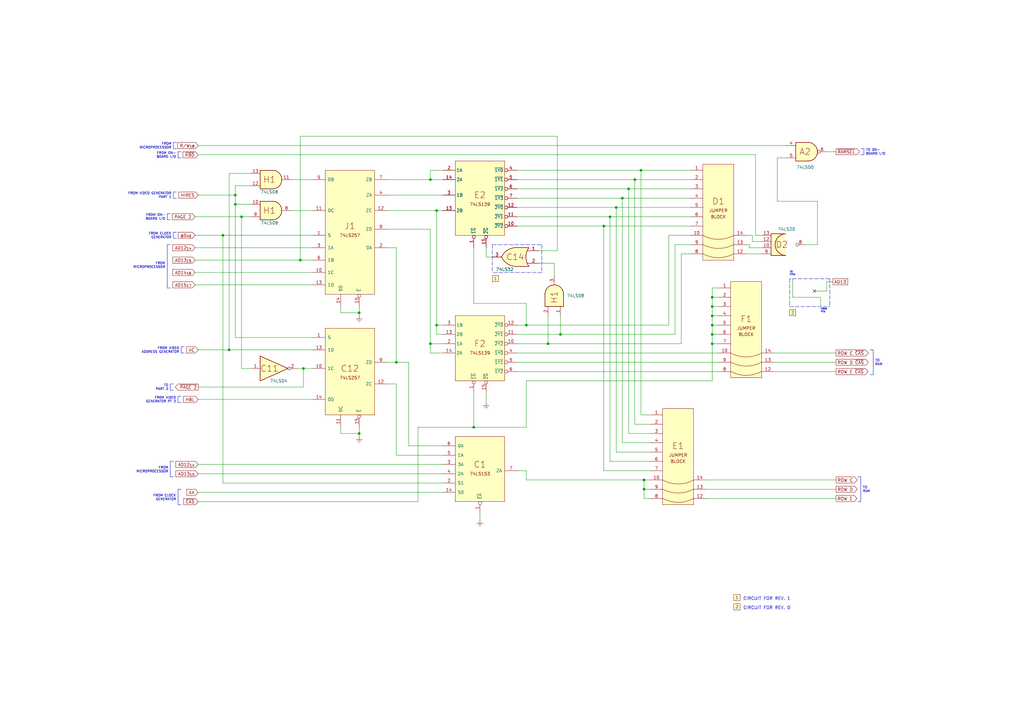
<source format=kicad_sch>
(kicad_sch (version 20211123) (generator eeschema)
  (paper "A3")
  (title_block (title "Apple II - Memory Address Part 1") (date "2022-07-11") (rev "0,1") (company "Apple Computers, Inc.") (comment 1 "Original schematic by Apple Computers") (comment 2 "https://github.com/omega9380/Retro-Schematics") (comment 3 "Replication by Omega9380 - July 2022") (comment 4 "Source: The Apple II Circuit Description by W. Gayler"))
  (lib_symbols
    (symbol "Apple II:A2_74LS00" (pin_names (offset 1.016))
      (property "Value" "A2_74LS00" (at 0 -6.35 0))
      (symbol "A2_74LS00_0_0"
        (text "A2" (at 0 0 0) (effects (font (size 2.54 2.54))))
      )
      (symbol "A2_74LS00_1_1"
        (pin input line (at -7.62 2.54 0) (length 3.81) (name "~") (number "1"))
        (pin input line (at -7.62 -2.54 0) (length 3.81) (name "~") (number "2"))
        (pin output inverted (at 8.89 0 180) (length 3.81) (name "~") (number "3"))
      )
      (symbol "A2_74LS00_1_2"
        (pin input inverted (at -7.62 2.54 0) (length 4.318) (name "~") (number "1"))
        (pin input inverted (at -7.62 -2.54 0) (length 4.318) (name "~") (number "2"))
        (pin output line (at 7.62 0 180) (length 3.81) (name "~") (number "3"))
      )
      (symbol "A2_74LS00_2_1"
        (pin input line (at -7.62 2.54 0) (length 3.81) (name "~") (number "4"))
        (pin input line (at -7.62 -2.54 0) (length 3.81) (name "~") (number "5"))
        (pin output inverted (at 8.89 0 180) (length 3.81) (name "~") (number "6"))
      )
      (symbol "A2_74LS00_2_2"
        (pin input inverted (at -7.62 2.54 0) (length 4.318) (name "~") (number "4"))
        (pin input inverted (at -7.62 -2.54 0) (length 4.318) (name "~") (number "5"))
        (pin output line (at 7.62 0 180) (length 3.81) (name "~") (number "6"))
      )
      (symbol "A2_74LS00_3_1"
        (pin input line (at -7.62 -2.54 0) (length 3.81) (name "~") (number "10"))
        (pin output inverted (at 8.89 0 180) (length 3.81) (name "~") (number "8"))
        (pin input line (at -7.62 2.54 0) (length 3.81) (name "~") (number "9"))
      )
      (symbol "A2_74LS00_3_2"
        (pin input inverted (at -7.62 -2.54 0) (length 4.318) (name "~") (number "10"))
        (pin output line (at 7.62 0 180) (length 3.81) (name "~") (number "8"))
        (pin input inverted (at -7.62 2.54 0) (length 4.318) (name "~") (number "9"))
      )
      (symbol "A2_74LS00_4_1"
        (pin output inverted (at 8.89 0 180) (length 3.81) (name "~") (number "11"))
        (pin input line (at -7.62 2.54 0) (length 3.81) (name "~") (number "12"))
        (pin input line (at -7.62 -2.54 0) (length 3.81) (name "~") (number "13"))
      )
      (symbol "A2_74LS00_4_2"
        (pin output line (at 7.62 0 180) (length 3.81) (name "~") (number "11"))
        (pin input inverted (at -7.62 2.54 0) (length 4.318) (name "~") (number "12"))
        (pin input inverted (at -7.62 -2.54 0) (length 4.318) (name "~") (number "13"))
      )
    )
    (symbol "Apple II:C11_74LS04"
      (property "Value" "C11_74LS04" (at 7.62 -3.81 0))
      (symbol "C11_74LS04_0_0"
        (text "C11" (at 0 0 0) (effects (font (size 2.54 2.54))))
      )
      (symbol "C11_74LS04_1_0"
        (pin input line (at -7.62 0 0) (length 3.81) (name "~") (number "1"))
        (pin output inverted (at 11.43 0 180) (length 3.81) (name "~") (number "2"))
      )
      (symbol "C11_74LS04_2_0"
        (pin input line (at -7.62 0 0) (length 3.81) (name "~") (number "3"))
        (pin output inverted (at 11.43 0 180) (length 3.81) (name "~") (number "4"))
      )
      (symbol "C11_74LS04_3_0"
        (pin input line (at -7.62 0 0) (length 3.81) (name "~") (number "5"))
        (pin output inverted (at 11.43 0 180) (length 3.81) (name "~") (number "6"))
      )
      (symbol "C11_74LS04_4_0"
        (pin output inverted (at 11.43 0 180) (length 3.81) (name "~") (number "8"))
        (pin input line (at -7.62 0 0) (length 3.81) (name "~") (number "9"))
      )
      (symbol "C11_74LS04_5_0"
        (pin output inverted (at 11.43 0 180) (length 3.81) (name "~") (number "10"))
        (pin input line (at -7.62 0 0) (length 3.81) (name "~") (number "11"))
      )
      (symbol "C11_74LS04_6_0"
        (pin output inverted (at 11.43 0 180) (length 3.81) (name "~") (number "12"))
        (pin input line (at -7.62 0 0) (length 3.81) (name "~") (number "13"))
      )
    )
    (symbol "Apple II:C12_74LS257" (pin_names (offset 1.016))
      (symbol "C12_74LS257_1_0"
        (pin input line (at -5.08 -3.81 0) (length 5.08) (name "S") (number "1"))
        (pin input line (at -5.08 -16.51 0) (length 5.08) (name "1C") (number "10"))
        (pin input line (at 6.35 -40.64 90) (length 5.08) (name "0C") (number "11"))
        (pin tri_state line (at 25.4 -22.86 180) (length 5.08) (name "ZC") (number "12"))
        (pin input line (at -5.08 -8.89 0) (length 5.08) (name "1D") (number "13"))
        (pin input line (at -5.08 -29.21 0) (length 5.08) (name "0D") (number "14"))
        (pin input inverted (at 13.97 -40.64 90) (length 5.08) (name "~{E}") (number "15"))
        (pin tri_state line (at 25.4 -13.97 180) (length 5.08) (name "ZD") (number "9"))
      )
      (symbol "C12_74LS257_1_1"
        (text "74LS257" (at 10.16 -20.32 0) (effects (font (size 1.27 1.27))))
        (text "C12" (at 10.16 -16.51 0) (effects (font (size 2.54 2.54))))
      )
      (symbol "C12_74LS257_2_0"
        (pin input line (at -5.08 -3.81 0) (length 5.08) (name "S") (number "1"))
        (pin input inverted (at 10.16 -27.94 90) (length 5.08) (name "~{E}") (number "15"))
        (pin input line (at -5.08 -19.05 0) (length 5.08) (name "0A") (number "2"))
        (pin input line (at -5.08 -7.62 0) (length 5.08) (name "1A") (number "3"))
        (pin tri_state line (at 25.4 -11.43 180) (length 5.08) (name "ZA") (number "4"))
        (pin input line (at -5.08 -15.24 0) (length 5.08) (name "0B") (number "5"))
        (pin input line (at -5.08 -11.43 0) (length 5.08) (name "1B") (number "6"))
        (pin tri_state line (at 25.4 -19.05 180) (length 5.08) (name "ZB") (number "7"))
      )
      (symbol "C12_74LS257_2_1"
        (text "74LS257" (at 10.16 -13.97 0) (effects (font (size 1.27 1.27))))
        (text "C12" (at 10.16 -10.16 0) (effects (font (size 2.54 2.54))))
      )
    )
    (symbol "Apple II:C14_74LS32" (pin_names (offset 1.016))
      (property "Value" "C14_74LS32" (at 0 -6.35 0))
      (symbol "C14_74LS32_0_0"
        (text "C14" (at 0.762 0 0) (effects (font (size 2.54 2.54))))
      )
      (symbol "C14_74LS32_1_1"
        (pin input line (at -8.89 2.54 0) (length 4.318) (name "~") (number "1"))
        (pin input line (at -8.89 -2.54 0) (length 4.318) (name "~") (number "2"))
        (pin output line (at 10.16 0 180) (length 3.81) (name "~") (number "3"))
      )
      (symbol "C14_74LS32_1_2"
        (pin input inverted (at -7.62 2.54 0) (length 3.81) (name "~") (number "1"))
        (pin input inverted (at -7.62 -2.54 0) (length 3.81) (name "~") (number "2"))
        (pin output inverted (at 7.62 0 180) (length 3.81) (name "~") (number "3"))
      )
      (symbol "C14_74LS32_2_1"
        (pin input line (at -8.89 2.54 0) (length 4.318) (name "~") (number "4"))
        (pin input line (at -8.89 -2.54 0) (length 4.318) (name "~") (number "5"))
        (pin output line (at 10.16 0 180) (length 3.81) (name "~") (number "6"))
      )
      (symbol "C14_74LS32_2_2"
        (pin input inverted (at -7.62 2.54 0) (length 3.81) (name "~") (number "4"))
        (pin input inverted (at -7.62 -2.54 0) (length 3.81) (name "~") (number "5"))
        (pin output inverted (at 7.62 0 180) (length 3.81) (name "~") (number "6"))
      )
      (symbol "C14_74LS32_3_1"
        (pin input line (at -8.89 -2.54 0) (length 4.318) (name "~") (number "10"))
        (pin output line (at 10.16 0 180) (length 3.81) (name "~") (number "8"))
        (pin input line (at -8.89 2.54 0) (length 4.318) (name "~") (number "9"))
      )
      (symbol "C14_74LS32_3_2"
        (pin input inverted (at -7.62 -2.54 0) (length 3.81) (name "~") (number "10"))
        (pin output inverted (at 7.62 0 180) (length 3.81) (name "~") (number "8"))
        (pin input inverted (at -7.62 2.54 0) (length 3.81) (name "~") (number "9"))
      )
      (symbol "C14_74LS32_4_1"
        (pin output line (at 10.16 0 180) (length 3.81) (name "~") (number "11"))
        (pin input line (at -8.89 2.54 0) (length 4.318) (name "~") (number "12"))
        (pin input line (at -8.89 -2.54 0) (length 4.318) (name "~") (number "13"))
      )
      (symbol "C14_74LS32_4_2"
        (pin output inverted (at 7.62 0 180) (length 3.81) (name "~") (number "11"))
        (pin input inverted (at -7.62 2.54 0) (length 3.81) (name "~") (number "12"))
        (pin input inverted (at -7.62 -2.54 0) (length 3.81) (name "~") (number "13"))
      )
    )
    (symbol "Apple II:C1_74LS153" (pin_names (offset 1.016))
      (symbol "C1_74LS153_1_0"
        (pin input line (at 25.4 -11.43 180) (length 5.08) (name "0B") (number "10"))
        (pin input line (at -5.08 -8.89 0) (length 5.08) (name "1B") (number "11"))
        (pin input line (at 25.4 -19.05 180) (length 5.08) (name "2B") (number "12"))
        (pin input line (at -5.08 -13.97 0) (length 5.08) (name "3B") (number "13"))
        (pin input line (at -5.08 -19.05 0) (length 5.08) (name "S0") (number "14"))
        (pin input inverted (at 10.16 -27.94 90) (length 5.08) (name "~{EB}") (number "15"))
        (pin input line (at -5.08 -3.81 0) (length 5.08) (name "S1") (number "2"))
        (pin output line (at 25.4 -3.81 180) (length 5.08) (name "ZB") (number "9"))
      )
      (symbol "C1_74LS153_1_1"
        (text "74LS153" (at 10.16 -13.97 0) (effects (font (size 1.27 1.27))))
        (text "C1" (at 10.16 -10.16 0) (effects (font (size 2.54 2.54))))
      )
      (symbol "C1_74LS153_2_0"
        (pin input inverted (at 10.16 -31.75 90) (length 5.08) (name "~{EA}") (number "1"))
        (pin input line (at -5.08 -22.86 0) (length 5.08) (name "S0") (number "14"))
        (pin input line (at -5.08 -19.05 0) (length 5.08) (name "S1") (number "2"))
        (pin input line (at -5.08 -11.43 0) (length 5.08) (name "3A") (number "3"))
        (pin input line (at -5.08 -15.24 0) (length 5.08) (name "2A") (number "4"))
        (pin input line (at -5.08 -7.62 0) (length 5.08) (name "1A") (number "5"))
        (pin input line (at -5.08 -3.81 0) (length 5.08) (name "0A") (number "6"))
        (pin output line (at 25.4 -13.97 180) (length 5.08) (name "ZA") (number "7"))
      )
      (symbol "C1_74LS153_2_1"
        (text "74LS153" (at 10.16 -15.24 0) (effects (font (size 1.27 1.27))))
        (text "C1" (at 10.16 -11.43 0) (effects (font (size 2.54 2.54))))
      )
      (symbol "C1_74LS153_3_0"
        (pin input inverted (at 10.16 -34.29 90) (length 5.08) (name "~{EA}") (number "1"))
        (pin input line (at -5.08 -25.4 0) (length 5.08) (name "S0") (number "14"))
        (pin input line (at -5.08 -21.59 0) (length 5.08) (name "S1") (number "2"))
        (pin input line (at -5.08 -13.97 0) (length 5.08) (name "3A") (number "3"))
        (pin input line (at -5.08 -17.78 0) (length 5.08) (name "2A") (number "4"))
        (pin input line (at -5.08 -7.62 0) (length 5.08) (name "1A") (number "5"))
        (pin input line (at -5.08 -3.81 0) (length 5.08) (name "0A") (number "6"))
        (pin output line (at 25.4 -13.97 180) (length 5.08) (name "ZA") (number "7"))
      )
      (symbol "C1_74LS153_3_1"
        (text "74LS153" (at 10.16 -15.24 0) (effects (font (size 1.27 1.27))))
        (text "C1" (at 10.16 -11.43 0) (effects (font (size 2.54 2.54))))
      )
    )
    (symbol "Apple II:D1_JUMPER_BLOCK"
      (symbol "D1_JUMPER_BLOCK_0_0"
        (text "BLOCK" (at 6.35 -21.59 0) (effects (font (size 1.27 1.27))))
        (text "D1" (at 6.35 -15.24 0) (effects (font (size 2.54 2.54))))
        (text "JUMPER" (at 6.35 -19.05 0) (effects (font (size 1.27 1.27))))
      )
      (symbol "D1_JUMPER_BLOCK_1_0"
        (pin passive line (at -5.08 -2.54 0) (length 5.08) (name "~") (number "1"))
        (pin passive line (at -5.08 -29.21 0) (length 5.08) (name "~") (number "10"))
        (pin no_connect non_logic (at 17.78 -25.4 180) (length 5.08) hide (name "~") (number "11"))
        (pin passive line (at 17.78 -36.83 180) (length 5.08) (name "~") (number "12"))
        (pin passive line (at 17.78 -33.02 180) (length 5.08) (name "~") (number "13"))
        (pin passive line (at 17.78 -29.21 180) (length 5.08) (name "~") (number "14"))
        (pin passive line (at -5.08 -6.35 0) (length 5.08) (name "~") (number "2"))
        (pin passive line (at -5.08 -10.16 0) (length 5.08) (name "~") (number "3"))
        (pin passive line (at -5.08 -13.97 0) (length 5.08) (name "~") (number "4"))
        (pin passive line (at -5.08 -17.78 0) (length 5.08) (name "~") (number "5"))
        (pin passive line (at -5.08 -21.59 0) (length 5.08) (name "~") (number "6"))
        (pin passive line (at -5.08 -25.4 0) (length 5.08) (name "~") (number "7"))
        (pin passive line (at -5.08 -36.83 0) (length 5.08) (name "~") (number "8"))
        (pin passive line (at -5.08 -33.02 0) (length 5.08) (name "~") (number "9"))
      )
    )
    (symbol "Apple II:D2_74LS20" (pin_names (offset 1.016))
      (property "Value" "D2_74LS20" (at 0 -6.35 0))
      (symbol "D2_74LS20_0_0"
        (text "D2" (at 0.635 0 0) (effects (font (size 2.54 2.54))))
      )
      (symbol "D2_74LS20_1_1"
        (pin input line (at -7.62 -3.81 0) (length 3.81) (name "~") (number "1"))
        (pin input line (at -7.62 -1.27 0) (length 3.81) (name "~") (number "2"))
        (pin input line (at -7.62 1.27 0) (length 3.81) (name "~") (number "4"))
        (pin input line (at -7.62 3.81 0) (length 3.81) (name "~") (number "5"))
        (pin output inverted (at 10.16 0 180) (length 3.81) (name "~") (number "6"))
      )
      (symbol "D2_74LS20_1_2"
        (pin input inverted (at -7.62 3.81 0) (length 3.81) (name "~") (number "1"))
        (pin input inverted (at -7.62 1.27 0) (length 4.826) (name "~") (number "2"))
        (pin input inverted (at -7.62 -1.27 0) (length 4.826) (name "~") (number "4"))
        (pin input inverted (at -7.62 -3.81 0) (length 3.81) (name "~") (number "5"))
        (pin output line (at 7.62 0 180) (length 3.81) (name "~") (number "6"))
      )
      (symbol "D2_74LS20_2_1"
        (pin input line (at -7.62 -1.27 0) (length 3.81) (name "~") (number "10"))
        (pin input line (at -7.62 1.27 0) (length 3.81) (name "~") (number "12"))
        (pin input line (at -7.62 3.81 0) (length 3.81) (name "~") (number "13"))
        (pin output inverted (at 10.16 0 180) (length 3.81) (name "~") (number "8"))
        (pin input line (at -7.62 -3.81 0) (length 3.81) (name "~") (number "9"))
      )
      (symbol "D2_74LS20_2_2"
        (pin input inverted (at -7.62 1.27 0) (length 4.826) (name "~") (number "10"))
        (pin input inverted (at -7.62 -1.27 0) (length 4.826) (name "~") (number "12"))
        (pin input inverted (at -7.62 -3.81 0) (length 3.81) (name "~") (number "13"))
        (pin output line (at 7.62 0 180) (length 3.81) (name "~") (number "8"))
        (pin input inverted (at -7.62 3.81 0) (length 3.81) (name "~") (number "9"))
      )
    )
    (symbol "Apple II:E1_JUMPER_BLOCK"
      (symbol "E1_JUMPER_BLOCK_0_0"
        (text "BLOCK" (at 6.35 -21.59 0) (effects (font (size 1.27 1.27))))
        (text "E1" (at 6.35 -15.24 0) (effects (font (size 2.54 2.54))))
        (text "JUMPER" (at 6.35 -19.05 0) (effects (font (size 1.27 1.27))))
      )
      (symbol "E1_JUMPER_BLOCK_1_0"
        (pin passive line (at -5.08 -2.54 0) (length 5.08) (name "~") (number "1"))
        (pin passive line (at -5.08 -29.21 0) (length 5.08) (name "~") (number "10"))
        (pin no_connect non_logic (at 17.78 -25.4 180) (length 5.08) hide (name "~") (number "11"))
        (pin passive line (at 17.78 -36.83 180) (length 5.08) (name "~") (number "12"))
        (pin passive line (at 17.78 -33.02 180) (length 5.08) (name "~") (number "13"))
        (pin passive line (at 17.78 -29.21 180) (length 5.08) (name "~") (number "14"))
        (pin passive line (at -5.08 -6.35 0) (length 5.08) (name "~") (number "2"))
        (pin passive line (at -5.08 -10.16 0) (length 5.08) (name "~") (number "3"))
        (pin passive line (at -5.08 -13.97 0) (length 5.08) (name "~") (number "4"))
        (pin passive line (at -5.08 -17.78 0) (length 5.08) (name "~") (number "5"))
        (pin passive line (at -5.08 -21.59 0) (length 5.08) (name "~") (number "6"))
        (pin passive line (at -5.08 -25.4 0) (length 5.08) (name "~") (number "7"))
        (pin passive line (at -5.08 -36.83 0) (length 5.08) (name "~") (number "8"))
        (pin passive line (at -5.08 -33.02 0) (length 5.08) (name "~") (number "9"))
      )
    )
    (symbol "Apple II:E2_74LS139"
      (symbol "E2_74LS139_0_0"
        (text "74LS139" (at 10.16 -17.78 0) (effects (font (size 1.27 1.27))))
        (text "E2" (at 10.16 -13.97 0) (effects (font (size 2.54 2.54))))
      )
      (symbol "E2_74LS139_1_0"
        (pin input inverted (at 7.62 -35.56 90) (length 5.08) (name "~{1G}") (number "1"))
        (pin input inverted (at 25.4 -26.67 180) (length 5.08) (name "~{2Y2}") (number "10"))
        (pin input inverted (at 25.4 -22.86 180) (length 5.08) (name "~{2Y1}") (number "11"))
        (pin input inverted (at 25.4 -19.05 180) (length 5.08) (name "~{2Y0}") (number "12"))
        (pin input line (at -5.08 -20.32 0) (length 5.08) (name "2B") (number "13"))
        (pin input line (at -5.08 -7.62 0) (length 5.08) (name "2A") (number "14"))
        (pin input inverted (at 12.7 -35.56 90) (length 5.08) (name "~{2G}") (number "15"))
        (pin input line (at -5.08 -3.81 0) (length 5.08) (name "1A") (number "2"))
        (pin input line (at -5.08 -13.97 0) (length 5.08) (name "1B") (number "3"))
        (pin input inverted (at 25.4 -3.81 180) (length 5.08) (name "~{1Y0}") (number "4"))
        (pin input inverted (at 25.4 -7.62 180) (length 5.08) (name "~{1Y1}") (number "5"))
        (pin input inverted (at 25.4 -11.43 180) (length 5.08) (name "~{1Y2}") (number "6"))
        (pin input inverted (at 25.4 -15.24 180) (length 5.08) (name "~{1Y3}") (number "7"))
      )
    )
    (symbol "Apple II:F1_JUMPER_BLOCK"
      (symbol "F1_JUMPER_BLOCK_0_0"
        (text "BLOCK" (at 6.35 -21.59 0) (effects (font (size 1.27 1.27))))
        (text "F1" (at 6.35 -15.24 0) (effects (font (size 2.54 2.54))))
        (text "JUMPER" (at 6.35 -19.05 0) (effects (font (size 1.27 1.27))))
      )
      (symbol "F1_JUMPER_BLOCK_1_0"
        (pin passive line (at -5.08 -2.54 0) (length 5.08) (name "~") (number "1"))
        (pin passive line (at -5.08 -29.21 0) (length 5.08) (name "~") (number "10"))
        (pin no_connect non_logic (at 17.78 -25.4 180) (length 5.08) hide (name "~") (number "11"))
        (pin passive line (at 17.78 -36.83 180) (length 5.08) (name "~") (number "12"))
        (pin passive line (at 17.78 -33.02 180) (length 5.08) (name "~") (number "13"))
        (pin passive line (at 17.78 -29.21 180) (length 5.08) (name "~") (number "14"))
        (pin passive line (at -5.08 -6.35 0) (length 5.08) (name "~") (number "2"))
        (pin passive line (at -5.08 -10.16 0) (length 5.08) (name "~") (number "3"))
        (pin passive line (at -5.08 -13.97 0) (length 5.08) (name "~") (number "4"))
        (pin passive line (at -5.08 -17.78 0) (length 5.08) (name "~") (number "5"))
        (pin passive line (at -5.08 -21.59 0) (length 5.08) (name "~") (number "6"))
        (pin passive line (at -5.08 -25.4 0) (length 5.08) (name "~") (number "7"))
        (pin passive line (at -5.08 -36.83 0) (length 5.08) (name "~") (number "8"))
        (pin passive line (at -5.08 -33.02 0) (length 5.08) (name "~") (number "9"))
      )
    )
    (symbol "Apple II:F2_74LS139"
      (symbol "F2_74LS139_0_0"
        (text "74LS139" (at 10.16 -15.24 0) (effects (font (size 1.27 1.27))))
        (text "F2" (at 10.16 -11.43 0) (effects (font (size 2.54 2.54))))
      )
      (symbol "F2_74LS139_1_0"
        (pin input inverted (at 7.62 -31.75 90) (length 5.08) (name "~{1G}") (number "1"))
        (pin input inverted (at 25.4 -11.43 180) (length 5.08) (name "~{2Y2}") (number "10"))
        (pin input inverted (at 25.4 -7.62 180) (length 5.08) (name "~{2Y1}") (number "11"))
        (pin input inverted (at 25.4 -3.81 180) (length 5.08) (name "~{2Y0}") (number "12"))
        (pin input line (at -5.08 -7.62 0) (length 5.08) (name "2B") (number "13"))
        (pin input line (at -5.08 -15.24 0) (length 5.08) (name "2A") (number "14"))
        (pin input inverted (at 12.7 -31.75 90) (length 5.08) (name "~{2G}") (number "15"))
        (pin input line (at -5.08 -11.43 0) (length 5.08) (name "1A") (number "2"))
        (pin input line (at -5.08 -3.81 0) (length 5.08) (name "1B") (number "3"))
        (pin input inverted (at 25.4 -15.24 180) (length 5.08) (name "~{1Y0}") (number "4"))
        (pin input inverted (at 25.4 -19.05 180) (length 5.08) (name "~{1Y1}") (number "5"))
        (pin input inverted (at 25.4 -22.86 180) (length 5.08) (name "~{1Y2}") (number "6"))
      )
    )
    (symbol "Apple II:H1_74LS08" (pin_names (offset 1.016))
      (property "Value" "H1_74LS08" (at 0 -6.35 0))
      (symbol "H1_74LS08_0_0"
        (text "H1" (at 0 0 0) (effects (font (size 2.54 2.54))))
      )
      (symbol "H1_74LS08_1_1"
        (pin input line (at -7.62 2.54 0) (length 3.81) (name "~") (number "1"))
        (pin input line (at -7.62 -2.54 0) (length 3.81) (name "~") (number "2"))
        (pin output line (at 8.89 0 180) (length 3.81) (name "~") (number "3"))
      )
      (symbol "H1_74LS08_1_2"
        (pin input inverted (at -7.62 2.54 0) (length 4.318) (name "~") (number "1"))
        (pin input inverted (at -7.62 -2.54 0) (length 4.318) (name "~") (number "2"))
        (pin output inverted (at 7.62 0 180) (length 3.81) (name "~") (number "3"))
      )
      (symbol "H1_74LS08_2_1"
        (pin input line (at -7.62 2.54 0) (length 3.81) (name "~") (number "4"))
        (pin input line (at -7.62 -2.54 0) (length 3.81) (name "~") (number "5"))
        (pin output line (at 8.89 0 180) (length 3.81) (name "~") (number "6"))
      )
      (symbol "H1_74LS08_2_2"
        (pin input inverted (at -7.62 2.54 0) (length 4.318) (name "~") (number "4"))
        (pin input inverted (at -7.62 -2.54 0) (length 4.318) (name "~") (number "5"))
        (pin output inverted (at 7.62 0 180) (length 3.81) (name "~") (number "6"))
      )
      (symbol "H1_74LS08_3_1"
        (pin input line (at -7.62 -2.54 0) (length 3.81) (name "~") (number "10"))
        (pin output line (at 8.89 0 180) (length 3.81) (name "~") (number "8"))
        (pin input line (at -7.62 2.54 0) (length 3.81) (name "~") (number "9"))
      )
      (symbol "H1_74LS08_3_2"
        (pin input inverted (at -7.62 -2.54 0) (length 4.318) (name "~") (number "10"))
        (pin output inverted (at 7.62 0 180) (length 3.81) (name "~") (number "8"))
        (pin input inverted (at -7.62 2.54 0) (length 4.318) (name "~") (number "9"))
      )
      (symbol "H1_74LS08_4_1"
        (pin output line (at 8.89 0 180) (length 3.81) (name "~") (number "11"))
        (pin input line (at -7.62 2.54 0) (length 3.81) (name "~") (number "12"))
        (pin input line (at -7.62 -2.54 0) (length 3.81) (name "~") (number "13"))
      )
      (symbol "H1_74LS08_4_2"
        (pin output inverted (at 7.62 0 180) (length 3.81) (name "~") (number "11"))
        (pin input inverted (at -7.62 2.54 0) (length 4.318) (name "~") (number "12"))
        (pin input inverted (at -7.62 -2.54 0) (length 4.318) (name "~") (number "13"))
      )
    )
    (symbol "Apple II:J1_74LS257" (pin_names (offset 1.016))
      (symbol "J1_74LS257_0_0"
        (text "74LS257" (at 10.16 -26.67 0) (effects (font (size 1.27 1.27))))
        (text "J1" (at 10.16 -22.86 0) (effects (font (size 2.54 2.54))))
      )
      (symbol "J1_74LS257_1_0"
        (pin input line (at -5.08 -26.67 0) (length 5.08) (name "S") (number "1"))
        (pin input line (at -5.08 -41.91 0) (length 5.08) (name "1C") (number "10"))
        (pin input line (at -5.08 -16.51 0) (length 5.08) (name "0C") (number "11"))
        (pin tri_state line (at 25.4 -16.51 180) (length 5.08) (name "ZC") (number "12"))
        (pin input line (at -5.08 -46.99 0) (length 5.08) (name "1D") (number "13"))
        (pin input line (at 6.35 -55.88 90) (length 5.08) (name "0D") (number "14"))
        (pin input inverted (at 13.97 -55.88 90) (length 5.08) (name "~{E}") (number "15"))
        (pin input line (at 25.4 -31.75 180) (length 5.08) (name "0A") (number "2"))
        (pin input line (at -5.08 -31.75 0) (length 5.08) (name "1A") (number "3"))
        (pin tri_state line (at 25.4 -10.16 180) (length 5.08) (name "ZA") (number "4"))
        (pin input line (at -5.08 -3.81 0) (length 5.08) (name "0B") (number "5"))
        (pin input line (at -5.08 -36.83 0) (length 5.08) (name "1B") (number "6"))
        (pin tri_state line (at 25.4 -3.81 180) (length 5.08) (name "ZB") (number "7"))
        (pin tri_state line (at 25.4 -24.13 180) (length 5.08) (name "ZD") (number "9"))
      )
      (symbol "J1_74LS257_2_0"
        (pin input line (at -5.08 -26.67 0) (length 5.08) (name "S") (number "1"))
        (pin input line (at -5.08 -41.91 0) (length 5.08) (name "1C") (number "10"))
        (pin input line (at -5.08 -16.51 0) (length 5.08) (name "0C") (number "11"))
        (pin tri_state line (at 25.4 -16.51 180) (length 5.08) (name "ZC") (number "12"))
        (pin input line (at -5.08 -45.72 0) (length 5.08) (name "1D") (number "13"))
        (pin input line (at 6.35 -55.88 90) (length 5.08) (name "0D") (number "14"))
        (pin input inverted (at 13.97 -55.88 90) (length 5.08) (name "~{E}") (number "15"))
        (pin tri_state line (at 25.4 -24.13 180) (length 5.08) (name "ZD") (number "9"))
      )
    )
    (symbol "Apple II:NOTE_NUMBER"
      (property "Value" "NOTE_NUMBER" (at 0 0 0))
    )
    (symbol "power:Earth" (power) (pin_names (offset 0))
      (symbol "Earth_1_1"
        (pin power_in line (at 0 0 270) (length 0) hide (name "Earth") (number "1"))
      )
    )
  )
  (junction (at 255.27 81.28))
  (junction (at 176.53 140.97))
  (junction (at 93.98 143.51))
  (junction (at 292.1 137.16))
  (junction (at 292.1 121.92))
  (junction (at 264.16 200.66))
  (junction (at 264.16 196.85))
  (junction (at 292.1 129.54))
  (junction (at 292.1 133.35))
  (junction (at 292.1 125.73))
  (junction (at 252.73 85.09))
  (junction (at 247.65 92.71))
  (junction (at 147.32 128.27))
  (junction (at 96.52 80.01))
  (junction (at 179.07 133.35))
  (junction (at 124.46 151.13))
  (junction (at 147.32 177.8))
  (junction (at 257.81 77.47))
  (junction (at 224.79 140.97))
  (junction (at 260.35 73.66))
  (junction (at 250.19 88.9))
  (junction (at 96.52 83.82))
  (junction (at 179.07 86.36))
  (junction (at 229.87 137.16))
  (junction (at 215.9 133.35))
  (junction (at 91.44 96.52))
  (junction (at 262.89 69.85))
  (junction (at 99.06 88.9))
  (junction (at 162.56 148.59))
  (junction (at 292.1 140.97))
  (junction (at 123.19 106.68))
  (junction (at 194.31 175.26))
  (junction (at 176.53 73.66))
  (no_connect (at 334.01 119.38))
  (wire (pts (xy 227.33 107.95) (xy 220.98 107.95)))
  (wire (pts (xy 147.32 179.07) (xy 147.32 177.8)))
  (wire (pts (xy 139.7 128.27) (xy 147.32 128.27)))
  (wire (pts (xy 262.89 170.18) (xy 262.89 69.85)))
  (wire (pts (xy 91.44 198.12) (xy 91.44 96.52)))
  (wire (pts (xy 194.31 101.6) (xy 194.31 124.46)))
  (wire (pts (xy 283.21 92.71) (xy 247.65 92.71)))
  (wire (pts (xy 181.61 182.88) (xy 167.64 182.88)))
  (wire (pts (xy 292.1 121.92) (xy 294.64 121.92)))
  (wire (pts (xy 318.77 64.77) (xy 322.58 64.77)))
  (wire (pts (xy 162.56 101.6) (xy 162.56 148.59)))
  (polyline (pts (xy 323.85 114.3) (xy 323.85 125.73)))
  (wire (pts (xy 147.32 129.54) (xy 147.32 128.27)))
  (wire (pts (xy 292.1 125.73) (xy 292.1 129.54)))
  (wire (pts (xy 266.7 170.18) (xy 262.89 170.18)))
  (wire (pts (xy 80.01 88.9) (xy 99.06 88.9)))
  (wire (pts (xy 312.42 96.52) (xy 309.88 96.52)))
  (wire (pts (xy 81.28 194.31) (xy 181.61 194.31)))
  (wire (pts (xy 139.7 125.73) (xy 139.7 128.27)))
  (wire (pts (xy 124.46 151.13) (xy 128.27 151.13)))
  (wire (pts (xy 250.19 88.9) (xy 212.09 88.9)))
  (polyline (pts (xy 74.295 64.77) (xy 73.025 64.77)) (stroke (width 0) (type solid)))
  (wire (pts (xy 123.19 55.88) (xy 123.19 106.68)))
  (wire (pts (xy 247.65 92.71) (xy 212.09 92.71)))
  (polyline (pts (xy 71.12 157.48) (xy 69.85 157.48)) (stroke (width 0) (type solid)))
  (wire (pts (xy 212.09 193.04) (xy 215.9 193.04)))
  (wire (pts (xy 224.79 129.54) (xy 224.79 140.97)))
  (polyline (pts (xy 340.36 114.3) (xy 323.85 114.3)))
  (wire (pts (xy 194.31 175.26) (xy 171.45 175.26)))
  (wire (pts (xy 181.61 133.35) (xy 179.07 133.35)))
  (wire (pts (xy 81.28 201.93) (xy 181.61 201.93)))
  (wire (pts (xy 292.1 156.21) (xy 215.9 156.21)))
  (wire (pts (xy 212.09 144.78) (xy 294.64 144.78)))
  (wire (pts (xy 102.87 83.82) (xy 96.52 83.82)))
  (wire (pts (xy 330.2 100.33) (xy 335.28 100.33)))
  (polyline (pts (xy 71.12 58.42) (xy 71.12 60.96)) (stroke (width 0) (type solid)))
  (wire (pts (xy 266.7 204.47) (xy 264.16 204.47)))
  (wire (pts (xy 276.86 137.16) (xy 229.87 137.16)))
  (wire (pts (xy 257.81 77.47) (xy 212.09 77.47)))
  (wire (pts (xy 266.7 193.04) (xy 247.65 193.04)))
  (wire (pts (xy 176.53 73.66) (xy 158.75 73.66)))
  (wire (pts (xy 342.9 196.85) (xy 289.56 196.85)))
  (polyline (pts (xy 74.295 162.56) (xy 73.025 162.56)) (stroke (width 0) (type solid)))
  (wire (pts (xy 124.46 158.75) (xy 81.28 158.75)))
  (wire (pts (xy 220.98 102.87) (xy 228.6 102.87)))
  (wire (pts (xy 264.16 200.66) (xy 266.7 200.66)))
  (wire (pts (xy 81.28 63.5) (xy 309.88 63.5)))
  (wire (pts (xy 266.7 177.8) (xy 257.81 177.8)))
  (wire (pts (xy 255.27 81.28) (xy 255.27 181.61)))
  (wire (pts (xy 306.07 96.52) (xy 308.61 96.52)))
  (wire (pts (xy 181.61 69.85) (xy 176.53 69.85)))
  (wire (pts (xy 80.01 101.6) (xy 128.27 101.6)))
  (polyline (pts (xy 351.79 205.74) (xy 353.06 205.74)) (stroke (width 0) (type solid)))
  (wire (pts (xy 158.75 101.6) (xy 162.56 101.6)))
  (wire (pts (xy 124.46 151.13) (xy 124.46 158.75)))
  (wire (pts (xy 255.27 181.61) (xy 266.7 181.61)))
  (wire (pts (xy 128.27 138.43) (xy 96.52 138.43)))
  (wire (pts (xy 181.61 198.12) (xy 91.44 198.12)))
  (wire (pts (xy 294.64 118.11) (xy 292.1 118.11)))
  (polyline (pts (xy 69.85 87.63) (xy 68.58 87.63)) (stroke (width 0) (type solid)))
  (wire (pts (xy 167.64 148.59) (xy 162.56 148.59)))
  (polyline (pts (xy 353.06 63.5) (xy 354.33 63.5)) (stroke (width 0) (type solid)))
  (wire (pts (xy 102.87 151.13) (xy 99.06 151.13)))
  (wire (pts (xy 264.16 200.66) (xy 264.16 196.85)))
  (wire (pts (xy 81.28 143.51) (xy 93.98 143.51)))
  (wire (pts (xy 96.52 80.01) (xy 96.52 83.82)))
  (wire (pts (xy 119.38 73.66) (xy 128.27 73.66)))
  (wire (pts (xy 279.4 104.14) (xy 279.4 140.97)))
  (wire (pts (xy 308.61 96.52) (xy 308.61 99.06)))
  (wire (pts (xy 250.19 88.9) (xy 250.19 189.23)))
  (wire (pts (xy 81.28 163.83) (xy 128.27 163.83)))
  (polyline (pts (xy 222.25 100.33) (xy 222.25 111.76)))
  (polyline (pts (xy 69.85 118.11) (xy 68.58 118.11)) (stroke (width 0) (type solid)))
  (wire (pts (xy 81.28 80.01) (xy 96.52 80.01)))
  (wire (pts (xy 93.98 71.12) (xy 93.98 143.51)))
  (wire (pts (xy 260.35 173.99) (xy 266.7 173.99)))
  (wire (pts (xy 194.31 124.46) (xy 215.9 124.46)))
  (wire (pts (xy 250.19 189.23) (xy 266.7 189.23)))
  (wire (pts (xy 181.61 73.66) (xy 176.53 73.66)))
  (wire (pts (xy 99.06 151.13) (xy 99.06 88.9)))
  (wire (pts (xy 215.9 156.21) (xy 215.9 175.26)))
  (wire (pts (xy 196.85 213.36) (xy 196.85 210.82)))
  (wire (pts (xy 255.27 81.28) (xy 212.09 81.28)))
  (wire (pts (xy 334.01 119.38) (xy 339.09 119.38)))
  (wire (pts (xy 228.6 55.88) (xy 123.19 55.88)))
  (wire (pts (xy 260.35 73.66) (xy 260.35 173.99)))
  (wire (pts (xy 292.1 125.73) (xy 294.64 125.73)))
  (wire (pts (xy 292.1 133.35) (xy 292.1 137.16)))
  (polyline (pts (xy 71.12 160.02) (xy 69.85 160.02)) (stroke (width 0) (type solid)))
  (polyline (pts (xy 72.39 78.74) (xy 71.12 78.74)) (stroke (width 0) (type solid)))
  (polyline (pts (xy 356.87 143.51) (xy 358.14 143.51)) (stroke (width 0) (type solid)))
  (wire (pts (xy 179.07 137.16) (xy 181.61 137.16)))
  (polyline (pts (xy 354.33 60.96) (xy 354.33 63.5)) (stroke (width 0) (type solid)))
  (wire (pts (xy 260.35 73.66) (xy 212.09 73.66)))
  (wire (pts (xy 224.79 140.97) (xy 212.09 140.97)))
  (wire (pts (xy 227.33 113.03) (xy 227.33 107.95)))
  (wire (pts (xy 81.28 190.5) (xy 181.61 190.5)))
  (polyline (pts (xy 75.565 144.78) (xy 74.295 144.78)) (stroke (width 0) (type solid)))
  (wire (pts (xy 266.7 185.42) (xy 252.73 185.42)))
  (wire (pts (xy 212.09 148.59) (xy 294.64 148.59)))
  (polyline (pts (xy 222.25 111.76) (xy 201.93 111.76)))
  (wire (pts (xy 292.1 140.97) (xy 292.1 156.21)))
  (wire (pts (xy 162.56 186.69) (xy 181.61 186.69)))
  (wire (pts (xy 292.1 137.16) (xy 292.1 140.97)))
  (wire (pts (xy 283.21 77.47) (xy 257.81 77.47)))
  (wire (pts (xy 121.92 151.13) (xy 124.46 151.13)))
  (wire (pts (xy 179.07 86.36) (xy 181.61 86.36)))
  (polyline (pts (xy 73.025 200.66) (xy 73.025 207.01)) (stroke (width 0) (type solid)))
  (polyline (pts (xy 353.06 195.58) (xy 353.06 205.74)) (stroke (width 0) (type solid)))
  (wire (pts (xy 162.56 148.59) (xy 158.75 148.59)))
  (polyline (pts (xy 75.565 142.24) (xy 74.295 142.24)) (stroke (width 0) (type solid)))
  (wire (pts (xy 247.65 193.04) (xy 247.65 92.71)))
  (wire (pts (xy 342.9 144.78) (xy 317.5 144.78)))
  (polyline (pts (xy 74.295 200.66) (xy 73.025 200.66)) (stroke (width 0) (type solid)))
  (polyline (pts (xy 71.12 78.74) (xy 71.12 81.28)) (stroke (width 0) (type solid)))
  (wire (pts (xy 342.9 204.47) (xy 289.56 204.47)))
  (polyline (pts (xy 353.06 60.96) (xy 354.33 60.96)) (stroke (width 0) (type solid)))
  (wire (pts (xy 158.75 80.01) (xy 181.61 80.01)))
  (wire (pts (xy 309.88 96.52) (xy 309.88 63.5)))
  (polyline (pts (xy 358.14 143.51) (xy 358.14 153.67)) (stroke (width 0) (type solid)))
  (wire (pts (xy 102.87 71.12) (xy 93.98 71.12)))
  (wire (pts (xy 139.7 175.26) (xy 139.7 177.8)))
  (wire (pts (xy 194.31 161.29) (xy 194.31 175.26)))
  (wire (pts (xy 306.07 100.33) (xy 307.34 100.33)))
  (polyline (pts (xy 72.39 97.79) (xy 71.12 97.79)) (stroke (width 0) (type solid)))
  (polyline (pts (xy 71.12 195.58) (xy 69.85 195.58)) (stroke (width 0) (type solid)))
  (wire (pts (xy 119.38 86.36) (xy 128.27 86.36)))
  (wire (pts (xy 147.32 128.27) (xy 147.32 125.73)))
  (wire (pts (xy 171.45 175.26) (xy 171.45 205.74)))
  (wire (pts (xy 252.73 85.09) (xy 212.09 85.09)))
  (wire (pts (xy 339.09 119.38) (xy 339.09 115.57)))
  (wire (pts (xy 325.12 121.92) (xy 336.55 121.92)))
  (polyline (pts (xy 356.87 153.67) (xy 358.14 153.67)) (stroke (width 0) (type solid)))
  (wire (pts (xy 80.01 106.68) (xy 123.19 106.68)))
  (wire (pts (xy 81.28 59.69) (xy 322.58 59.69)))
  (wire (pts (xy 215.9 133.35) (xy 212.09 133.35)))
  (wire (pts (xy 283.21 96.52) (xy 274.32 96.52)))
  (polyline (pts (xy 69.85 90.17) (xy 68.58 90.17)) (stroke (width 0) (type solid)))
  (wire (pts (xy 342.9 62.23) (xy 339.09 62.23)))
  (wire (pts (xy 325.12 114.3) (xy 325.12 121.92)))
  (wire (pts (xy 228.6 102.87) (xy 228.6 55.88)))
  (wire (pts (xy 176.53 140.97) (xy 176.53 144.78)))
  (wire (pts (xy 176.53 144.78) (xy 181.61 144.78)))
  (wire (pts (xy 306.07 104.14) (xy 312.42 104.14)))
  (wire (pts (xy 158.75 86.36) (xy 179.07 86.36)))
  (wire (pts (xy 80.01 96.52) (xy 91.44 96.52)))
  (wire (pts (xy 147.32 177.8) (xy 147.32 175.26)))
  (wire (pts (xy 96.52 76.2) (xy 96.52 80.01)))
  (wire (pts (xy 215.9 196.85) (xy 264.16 196.85)))
  (wire (pts (xy 264.16 196.85) (xy 266.7 196.85)))
  (wire (pts (xy 162.56 157.48) (xy 162.56 186.69)))
  (wire (pts (xy 308.61 99.06) (xy 312.42 99.06)))
  (polyline (pts (xy 69.85 157.48) (xy 69.85 160.02)) (stroke (width 0) (type solid)))
  (wire (pts (xy 264.16 204.47) (xy 264.16 200.66)))
  (wire (pts (xy 283.21 69.85) (xy 262.89 69.85)))
  (wire (pts (xy 283.21 88.9) (xy 250.19 88.9)))
  (wire (pts (xy 307.34 100.33) (xy 307.34 101.6)))
  (polyline (pts (xy 74.295 207.01) (xy 73.025 207.01)) (stroke (width 0) (type solid)))
  (wire (pts (xy 96.52 83.82) (xy 96.52 138.43)))
  (polyline (pts (xy 74.295 62.23) (xy 73.025 62.23)) (stroke (width 0) (type solid)))
  (polyline (pts (xy 351.79 195.58) (xy 353.06 195.58)) (stroke (width 0) (type solid)))
  (wire (pts (xy 96.52 76.2) (xy 102.87 76.2)))
  (wire (pts (xy 307.34 101.6) (xy 312.42 101.6)))
  (wire (pts (xy 283.21 100.33) (xy 276.86 100.33)))
  (polyline (pts (xy 72.39 95.25) (xy 71.12 95.25)) (stroke (width 0) (type solid)))
  (wire (pts (xy 336.55 121.92) (xy 336.55 125.73)))
  (polyline (pts (xy 323.85 125.73) (xy 340.36 125.73)))
  (wire (pts (xy 283.21 104.14) (xy 279.4 104.14)))
  (wire (pts (xy 81.28 205.74) (xy 171.45 205.74)))
  (wire (pts (xy 80.01 116.84) (xy 128.27 116.84)))
  (wire (pts (xy 252.73 185.42) (xy 252.73 85.09)))
  (wire (pts (xy 99.06 88.9) (xy 102.87 88.9)))
  (wire (pts (xy 139.7 177.8) (xy 147.32 177.8)))
  (polyline (pts (xy 340.36 114.3) (xy 340.36 125.73)))
  (wire (pts (xy 342.9 200.66) (xy 289.56 200.66)))
  (polyline (pts (xy 72.39 81.28) (xy 71.12 81.28)) (stroke (width 0) (type solid)))
  (wire (pts (xy 215.9 193.04) (xy 215.9 196.85)))
  (wire (pts (xy 335.28 100.33) (xy 335.28 82.55)))
  (wire (pts (xy 292.1 129.54) (xy 294.64 129.54)))
  (wire (pts (xy 274.32 96.52) (xy 274.32 133.35)))
  (wire (pts (xy 93.98 143.51) (xy 128.27 143.51)))
  (wire (pts (xy 292.1 121.92) (xy 292.1 125.73)))
  (wire (pts (xy 292.1 137.16) (xy 294.64 137.16)))
  (wire (pts (xy 283.21 85.09) (xy 252.73 85.09)))
  (wire (pts (xy 292.1 129.54) (xy 292.1 133.35)))
  (wire (pts (xy 262.89 69.85) (xy 212.09 69.85)))
  (polyline (pts (xy 74.295 165.1) (xy 73.025 165.1)) (stroke (width 0) (type solid)))
  (polyline (pts (xy 74.295 142.24) (xy 74.295 144.78)) (stroke (width 0) (type solid)))
  (wire (pts (xy 181.61 140.97) (xy 176.53 140.97)))
  (wire (pts (xy 158.75 93.98) (xy 176.53 93.98)))
  (polyline (pts (xy 69.85 189.23) (xy 69.85 195.58)) (stroke (width 0) (type solid)))
  (wire (pts (xy 342.9 148.59) (xy 317.5 148.59)))
  (wire (pts (xy 179.07 86.36) (xy 179.07 133.35)))
  (wire (pts (xy 279.4 140.97) (xy 224.79 140.97)))
  (wire (pts (xy 257.81 177.8) (xy 257.81 77.47)))
  (wire (pts (xy 199.39 105.41) (xy 199.39 101.6)))
  (polyline (pts (xy 68.58 87.63) (xy 68.58 90.17)) (stroke (width 0) (type solid)))
  (wire (pts (xy 276.86 100.33) (xy 276.86 137.16)))
  (wire (pts (xy 292.1 140.97) (xy 294.64 140.97)))
  (wire (pts (xy 283.21 73.66) (xy 260.35 73.66)))
  (wire (pts (xy 199.39 165.1) (xy 199.39 161.29)))
  (polyline (pts (xy 69.85 100.33) (xy 68.58 100.33)) (stroke (width 0) (type solid)))
  (polyline (pts (xy 201.93 100.33) (xy 201.93 111.76)))
  (wire (pts (xy 167.64 182.88) (xy 167.64 148.59)))
  (wire (pts (xy 176.53 69.85) (xy 176.53 73.66)))
  (wire (pts (xy 215.9 124.46) (xy 215.9 133.35)))
  (wire (pts (xy 274.32 133.35) (xy 215.9 133.35)))
  (polyline (pts (xy 72.39 58.42) (xy 71.12 58.42)) (stroke (width 0) (type solid)))
  (wire (pts (xy 91.44 96.52) (xy 128.27 96.52)))
  (wire (pts (xy 229.87 129.54) (xy 229.87 137.16)))
  (wire (pts (xy 215.9 175.26) (xy 194.31 175.26)))
  (polyline (pts (xy 71.12 189.23) (xy 69.85 189.23)) (stroke (width 0) (type solid)))
  (wire (pts (xy 342.9 152.4) (xy 317.5 152.4)))
  (wire (pts (xy 201.93 105.41) (xy 199.39 105.41)))
  (wire (pts (xy 158.75 157.48) (xy 162.56 157.48)))
  (wire (pts (xy 339.09 115.57) (xy 341.63 115.57)))
  (polyline (pts (xy 68.58 100.33) (xy 68.58 118.11)) (stroke (width 0) (type solid)))
  (polyline (pts (xy 72.39 60.96) (xy 71.12 60.96)) (stroke (width 0) (type solid)))
  (polyline (pts (xy 73.025 162.56) (xy 73.025 165.1)) (stroke (width 0) (type solid)))
  (polyline (pts (xy 73.025 62.23) (xy 73.025 64.77)) (stroke (width 0) (type solid)))
  (polyline (pts (xy 71.12 95.25) (xy 71.12 97.79)) (stroke (width 0) (type solid)))
  (wire (pts (xy 292.1 133.35) (xy 294.64 133.35)))
  (wire (pts (xy 179.07 133.35) (xy 179.07 137.16)))
  (wire (pts (xy 283.21 81.28) (xy 255.27 81.28)))
  (wire (pts (xy 176.53 93.98) (xy 176.53 140.97)))
  (wire (pts (xy 318.77 82.55) (xy 318.77 64.77)))
  (wire (pts (xy 335.28 82.55) (xy 318.77 82.55)))
  (wire (pts (xy 80.01 111.76) (xy 128.27 111.76)))
  (wire (pts (xy 123.19 106.68) (xy 128.27 106.68)))
  (wire (pts (xy 212.09 152.4) (xy 294.64 152.4)))
  (wire (pts (xy 229.87 137.16) (xy 212.09 137.16)))
  (polyline (pts (xy 201.93 100.33) (xy 222.25 100.33)))
  (wire (pts (xy 292.1 118.11) (xy 292.1 121.92)))
  (text "FROM ON-\nBOARD I/O" (at 67.818 90.424 180) (effects (font (size 0.96 0.96)) (justify right bottom)))
  (text "TO\nRAM" (at 353.822 202.184 0) (effects (font (size 0.96 0.96)) (justify left bottom)))
  (text "FROM VIDEO GENERATOR\nPART 1" (at 70.358 81.534 180) (effects (font (size 0.96 0.96)) (justify right bottom)))
  (text "FROM\nMICROPROCESSOR" (at 70.358 61.214 180) (effects (font (size 0.96 0.96)) (justify right bottom)))
  (text "TO\nPART 2" (at 69.088 160.274 180) (effects (font (size 0.96 0.96)) (justify right bottom)))
  (text "FROM\nMICROPROCESSOR" (at 67.818 110.236 180) (effects (font (size 0.96 0.96)) (justify right bottom)))
  (text "FROM VIDEO\nGENERATOR PT 2" (at 72.263 165.354 180) (effects (font (size 0.96 0.96)) (justify right bottom)))
  (text "CIRCUIT FOR REV. 1" (at 304.8 246.38 0) (effects (font (size 1.27 1.27)) (justify left bottom)))
  (text "TO\nE2_{15}" (at 323.85 113.03 0) (effects (font (size 0.64 0.64)) (justify left bottom)))
  (text "FROM CLOCK\nGENERATOR" (at 70.358 98.044 180) (effects (font (size 0.96 0.96)) (justify right bottom)))
  (text "FROM ON-\nBOARD I/O" (at 72.263 65.024 180) (effects (font (size 0.96 0.96)) (justify right bottom)))
  (text "FROM CLOCK\nGENERATOR" (at 72.263 205.486 180) (effects (font (size 0.96 0.96)) (justify right bottom)))
  (text "FROM\nH1_{3}" (at 336.55 128.27 0) (effects (font (size 0.64 0.64)) (justify left bottom)))
  (text "CIRCUIT FOR REV. 0" (at 304.8 250.19 0) (effects (font (size 1.27 1.27)) (justify left bottom)))
  (text "FROM VIDEO\nADDRESS GENERATOR" (at 73.533 145.034 180) (effects (font (size 0.96 0.96)) (justify right bottom)))
  (text "TO ON-\nBOARD I/O\n" (at 355.092 63.754 0) (effects (font (size 0.96 0.96)) (justify left bottom)))
  (text "TO\nRAM" (at 358.902 150.114 0) (effects (font (size 0.96 0.96)) (justify left bottom)))
  (text "FROM\nMICROPROCESSOR" (at 69.088 194.056 180) (effects (font (size 0.96 0.96)) (justify right bottom)))
  (global_label "ɸ0_{40}" (shape input) (at 80.01 96.52 180) (property "Intersheet References" "${INTERSHEET_REFS}" (effects hide)))
  (global_label "~{CAS}" (shape input) (at 81.28 205.74 180) (property "Intersheet References" "${INTERSHEET_REFS}" (effects hide)))
  (global_label "AD15_{17}" (shape input) (at 80.01 116.84 180) (property "Intersheet References" "${INTERSHEET_REFS}" (effects hide)))
  (global_label "PAGE 2" (shape input) (at 80.01 88.9 180) (property "Intersheet References" "${INTERSHEET_REFS}" (effects hide)))
  (global_label "AD13" (shape passive) (at 341.63 115.57 0) (property "Intersheet References" "${INTERSHEET_REFS}" (effects hide)))
  (global_label "AD14_{16}" (shape input) (at 80.01 111.76 180) (property "Intersheet References" "${INTERSHEET_REFS}" (effects hide)))
  (global_label "~{KBD}" (shape input) (at 81.28 63.5 180) (property "Intersheet References" "${INTERSHEET_REFS}" (effects hide)))
  (global_label "~{PAGE 2}" (shape output) (at 81.28 158.75 180) (property "Intersheet References" "${INTERSHEET_REFS}" (effects hide)))
  (global_label "HIRES" (shape input) (at 81.28 80.01 180) (property "Intersheet References" "${INTERSHEET_REFS}" (effects hide)))
  (global_label "AD12_{14}" (shape input) (at 81.28 190.5 180) (property "Intersheet References" "${INTERSHEET_REFS}" (effects hide)))
  (global_label "VC" (shape input) (at 81.28 143.51 180) (property "Intersheet References" "${INTERSHEET_REFS}" (effects hide)))
  (global_label "AD12_{14}" (shape input) (at 80.01 101.6 180) (property "Intersheet References" "${INTERSHEET_REFS}" (effects hide)))
  (global_label "ROW E ~{CAS}" (shape output) (at 342.9 152.4 0) (property "Intersheet References" "${INTERSHEET_REFS}" (effects hide)))
  (global_label "AD13_{15}" (shape input) (at 80.01 106.68 180) (property "Intersheet References" "${INTERSHEET_REFS}" (effects hide)))
  (global_label "AD13_{15}" (shape input) (at 81.28 194.31 180) (property "Intersheet References" "${INTERSHEET_REFS}" (effects hide)))
  (global_label "ROW D ~{CAS}" (shape output) (at 342.9 148.59 0) (property "Intersheet References" "${INTERSHEET_REFS}" (effects hide)))
  (global_label "AX" (shape input) (at 81.28 201.93 180) (property "Intersheet References" "${INTERSHEET_REFS}" (effects hide)))
  (global_label "~{RAMSEL}" (shape output) (at 342.9 62.23 0) (property "Intersheet References" "${INTERSHEET_REFS}" (effects hide)))
  (global_label "ROW D" (shape output) (at 342.9 200.66 0) (property "Intersheet References" "${INTERSHEET_REFS}" (effects hide)))
  (global_label "HBL" (shape input) (at 81.28 163.83 180) (property "Intersheet References" "${INTERSHEET_REFS}" (effects hide)))
  (global_label "R{slash}W_{18}" (shape input) (at 81.28 59.69 180) (property "Intersheet References" "${INTERSHEET_REFS}" (effects hide)))
  (global_label "ROW E" (shape output) (at 342.9 204.47 0) (property "Intersheet References" "${INTERSHEET_REFS}" (effects hide)))
  (global_label "ROW C ~{CAS}" (shape output) (at 342.9 144.78 0) (property "Intersheet References" "${INTERSHEET_REFS}" (effects hide)))
  (global_label "ROW C" (shape output) (at 342.9 196.85 0) (property "Intersheet References" "${INTERSHEET_REFS}" (effects hide)))
  (symbol (lib_id "Apple II:J1_74LS257") (at 133.35 69.85 0) (unit 1)
    (property "Reference" "U?" (effects hide))
    (property "Value" "J1_74LS257" (effects hide))
    (property "Datasheet" "http://www.ti.com/lit/gpn/sn74LS257" (effects hide))
  )
  (symbol (lib_id "power:Earth") (at 147.32 129.54 0) (unit 1)
    (property "Reference" "#PWR?" (effects hide))
    (property "Value" "Earth" (effects hide))
  )
  (symbol (lib_id "Apple II:C11_74LS04") (at 110.49 151.13 0) (unit 1)
    (property "Reference" "C11" (effects hide))
    (property "Value" "74LS04" (at 114.3 156.21 0))
    (property "Datasheet" "http://www.ti.com/lit/gpn/sn74LS04" (effects hide))
  )
  (symbol (lib_id "Apple II:NOTE_NUMBER") (at 325.12 128.27 0) (unit 1)
    (property "Reference" "N2" (effects hide))
    (property "Value" "2" (at 325.12 128.27 0))
  )
  (symbol (lib_id "Apple II:F2_74LS139") (at 186.69 129.54 0) (unit 1)
    (property "Reference" "U?" (effects hide))
    (property "Value" "F2_74LS139" (effects hide))
  )
  (symbol (lib_id "Apple II:A2_74LS00") (at 330.2 62.23 0) (unit 2)
    (property "Reference" "A2" (effects hide))
    (property "Value" "74LS00" (at 330.2 68.58 0))
    (property "Datasheet" "http://www.ti.com/lit/gpn/sn74ls00" (effects hide))
  )
  (symbol (lib_id "Apple II:D2_74LS20") (at 320.04 100.33 0) (unit 2)
    (property "Reference" "D2" (effects hide))
    (property "Value" "74LS20" (at 322.58 93.98 0))
    (property "Datasheet" "http://www.ti.com/lit/gpn/sn74LS20" (effects hide))
  )
  (symbol (lib_id "power:Earth") (at 147.32 179.07 0) (unit 1)
    (property "Reference" "#PWR?" (effects hide))
    (property "Value" "Earth" (effects hide))
  )
  (symbol (lib_id "Apple II:C12_74LS257") (at 133.35 134.62 0) (unit 1)
    (property "Reference" "U?" (effects hide))
    (property "Value" "C12_74LS257" (effects hide))
    (property "Datasheet" "http://www.ti.com/lit/gpn/sn74LS257" (effects hide))
  )
  (symbol (lib_id "power:Earth") (at 199.39 165.1 0) (unit 1)
    (property "Reference" "#PWR?" (effects hide))
    (property "Value" "Earth" (effects hide))
  )
  (symbol (lib_id "Apple II:D1_JUMPER_BLOCK") (at 288.29 67.31 0) (unit 1)
    (property "Reference" "U?" (effects hide))
    (property "Value" "D1_JUMPER_BLOCK" (effects hide))
  )
  (symbol (lib_id "Apple II:NOTE_NUMBER") (at 302.26 248.92 0) (unit 1)
    (property "Reference" "N2" (effects hide))
    (property "Value" "2" (at 302.26 248.92 0))
  )
  (symbol (lib_id "Apple II:C1_74LS153") (at 186.69 179.07 0) (unit 2)
    (property "Reference" "U?" (effects hide))
    (property "Value" "C1_74LS153" (effects hide))
    (property "Datasheet" "http://www.ti.com/lit/gpn/sn74LS153" (effects hide))
  )
  (symbol (lib_id "Apple II:H1_74LS08") (at 110.49 86.36 0) (mirror x) (unit 3)
    (property "Reference" "H1" (effects hide))
    (property "Value" "74LS08" (at 110.49 91.44 0))
    (property "Datasheet" "http://www.ti.com/lit/gpn/sn74LS08" (effects hide))
  )
  (symbol (lib_id "power:Earth") (at 196.85 213.36 0) (unit 1)
    (property "Reference" "#PWR?" (effects hide))
    (property "Value" "Earth" (effects hide))
  )
  (symbol (lib_id "Apple II:H1_74LS08") (at 227.33 121.92 270) (mirror x) (unit 1)
    (property "Reference" "H1" (effects hide))
    (property "Value" "74LS08" (at 232.41 121.2849 90) (effects (justify left)))
    (property "Datasheet" "http://www.ti.com/lit/gpn/sn74LS08" (effects hide))
  )
  (symbol (lib_id "Apple II:E1_JUMPER_BLOCK") (at 271.78 167.64 0) (unit 1)
    (property "Reference" "U?" (effects hide))
    (property "Value" "E1_JUMPER_BLOCK" (effects hide))
  )
  (symbol (lib_id "Apple II:F1_JUMPER_BLOCK") (at 299.72 115.57 0) (unit 1)
    (property "Reference" "U?" (effects hide))
    (property "Value" "F1_JUMPER_BLOCK" (effects hide))
  )
  (symbol (lib_id "Apple II:C14_74LS32") (at 212.09 105.41 0) (mirror y) (unit 1)
    (property "Reference" "C14" (effects hide))
    (property "Value" "74LS32" (at 207.01 110.49 0))
    (property "Datasheet" "http://www.ti.com/lit/gpn/sn74LS32" (effects hide))
  )
  (symbol (lib_id "Apple II:NOTE_NUMBER") (at 302.26 245.11 0) (unit 1)
    (property "Reference" "N1" (effects hide))
    (property "Value" "1" (at 302.26 245.11 0))
  )
  (symbol (lib_id "Apple II:H1_74LS08") (at 110.49 73.66 0) (mirror x) (unit 4)
    (property "Reference" "H1" (effects hide))
    (property "Value" "74LS08" (at 110.49 78.74 0))
    (property "Datasheet" "http://www.ti.com/lit/gpn/sn74LS08" (effects hide))
  )
  (symbol (lib_id "Apple II:NOTE_NUMBER") (at 203.2 114.3 0) (unit 1)
    (property "Reference" "N1" (effects hide))
    (property "Value" "1" (at 203.2 114.3 0))
  )
  (symbol (lib_id "Apple II:E2_74LS139") (at 186.69 66.04 0) (unit 1)
    (property "Reference" "U?" (effects hide))
    (property "Value" "E2_74LS139" (effects hide))
  )
)
</source>
